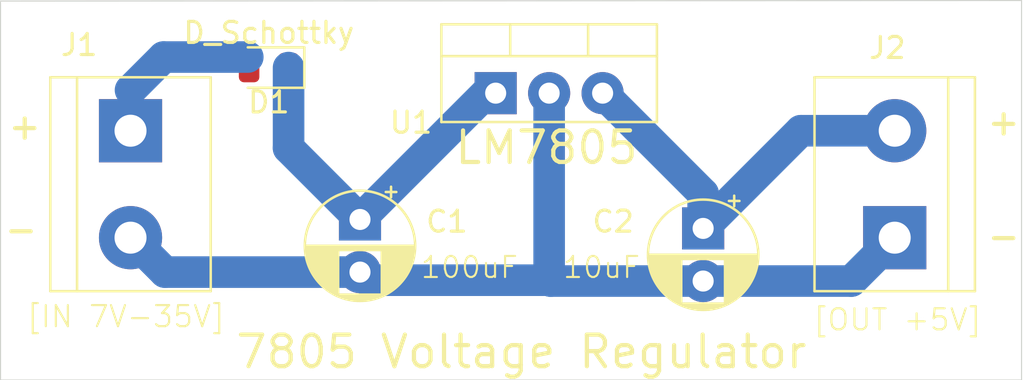
<source format=kicad_pcb>
(kicad_pcb (version 20241229) (generator "pcbnew") (generator_version "9.0")
  (title_block (date "2025-06-5"))
  (layers (0 "F.Cu" signal) (2 "B.Cu" signal) (13 "F.Paste" user) (15 "B.Paste" user) (5 "F.SilkS" user "F.Silkscreen") (7 "B.SilkS" user "B.Silkscreen") (1 "F.Mask" user) (3 "B.Mask" user) (25 "Edge.Cuts" user))
  (net 0 "")
  (net 1 "GND")
  (net 2 "Net-(D1-K)")
  (net 3 "Net-(J2-Pin_2)")
  (net 4 "Net-(D1-A)")
  (footprint "TerminalBlock:TerminalBlock_bornier-2_P5.08mm" (layer "F.Cu") (at 171.73 100.08 90)
    (property "Reference" "J2" (at 9.015 -0.35 0) (layer "F.SilkS"))
    (property "Value" "OUT +5V")
    (fp_line (start 7.62 -3.81) (end -2.54 -3.81) (stroke (width 0.12)) (layer "F.SilkS"))
    (fp_line (start -2.54 -3.81) (end -2.54 3.81) (stroke (width 0.12)) (layer "F.SilkS"))
    (fp_line (start 7.62 2.54) (end -2.54 2.54) (stroke (width 0.12)) (layer "F.SilkS"))
    (fp_line (start 7.62 3.81) (end 7.62 -3.81) (stroke (width 0.12)) (layer "F.SilkS"))
    (fp_line (start -2.54 3.81) (end 7.62 3.81) (stroke (width 0.12)) (layer "F.SilkS"))
    (pad "1" thru_hole rect (at 0 0 90) (size 3 3) (drill 1.52) (layers "*.Cu" "*.Mask") (net 1 "GND"))
    (pad "2" thru_hole circle (at 5.08 0 90) (size 3 3) (drill 1.52) (layers "*.Cu" "*.Mask") (net 3 "Net-(J2-Pin_2)"))
  )
  (footprint "Capacitor_THT:CP_Radial_D5.0mm_P2.50mm" (layer "F.Cu") (at 146.33 99.215 -90)
    (property "Reference" "C1" (at 0.1 -4.125 0) (layer "F.SilkS"))
    (property "Value" "100uF")
    (fp_line (start 1.49 1.04) (end 1.49 2.569) (stroke (width 0.12)) (layer "F.SilkS"))
    (fp_line (start 1.53 1.04) (end 1.53 2.565) (stroke (width 0.12)) (layer "F.SilkS"))
    (fp_line (start 1.57 1.04) (end 1.57 2.561) (stroke (width 0.12)) (layer "F.SilkS"))
    (fp_line (start 1.61 1.04) (end 1.61 2.556) (stroke (width 0.12)) (layer "F.SilkS"))
    (fp_line (start 1.65 1.04) (end 1.65 2.55) (stroke (width 0.12)) (layer "F.SilkS"))
    (fp_line (start 1.69 1.04) (end 1.69 2.543) (stroke (width 0.12)) (layer "F.SilkS"))
    (fp_line (start 1.73 1.04) (end 1.73 2.536) (stroke (width 0.12)) (layer "F.SilkS"))
    (fp_line (start 1.77 1.04) (end 1.77 2.528) (stroke (width 0.12)) (layer "F.SilkS"))
    (fp_line (start 1.81 1.04) (end 1.81 2.52) (stroke (width 0.12)) (layer "F.SilkS"))
    (fp_line (start 1.85 1.04) (end 1.85 2.511) (stroke (width 0.12)) (layer "F.SilkS"))
    (fp_line (start 1.89 1.04) (end 1.89 2.501) (stroke (width 0.12)) (layer "F.SilkS"))
    (fp_line (start 1.93 1.04) (end 1.93 2.491) (stroke (width 0.12)) (layer "F.SilkS"))
    (fp_line (start 1.971 1.04) (end 1.971 2.48) (stroke (width 0.12)) (layer "F.SilkS"))
    (fp_line (start 2.011 1.04) (end 2.011 2.468) (stroke (width 0.12)) (layer "F.SilkS"))
    (fp_line (start 2.051 1.04) (end 2.051 2.455) (stroke (width 0.12)) (layer "F.SilkS"))
    (fp_line (start 2.091 1.04) (end 2.091 2.442) (stroke (width 0.12)) (layer "F.SilkS"))
    (fp_line (start 2.131 1.04) (end 2.131 2.428) (stroke (width 0.12)) (layer "F.SilkS"))
    (fp_line (start 2.171 1.04) (end 2.171 2.414) (stroke (width 0.12)) (layer "F.SilkS"))
    (fp_line (start 2.211 1.04) (end 2.211 2.398) (stroke (width 0.12)) (layer "F.SilkS"))
    (fp_line (start 2.251 1.04) (end 2.251 2.382) (stroke (width 0.12)) (layer "F.SilkS"))
    (fp_line (start 2.291 1.04) (end 2.291 2.365) (stroke (width 0.12)) (layer "F.SilkS"))
    (fp_line (start 2.331 1.04) (end 2.331 2.348) (stroke (width 0.12)) (layer "F.SilkS"))
    (fp_line (start 2.371 1.04) (end 2.371 2.329) (stroke (width 0.12)) (layer "F.SilkS"))
    (fp_line (start 2.411 1.04) (end 2.411 2.31) (stroke (width 0.12)) (layer "F.SilkS"))
    (fp_line (start 2.451 1.04) (end 2.451 2.29) (stroke (width 0.12)) (layer "F.SilkS"))
    (fp_line (start 2.491 1.04) (end 2.491 2.268) (stroke (width 0.12)) (layer "F.SilkS"))
    (fp_line (start 2.531 1.04) (end 2.531 2.247) (stroke (width 0.12)) (layer "F.SilkS"))
    (fp_line (start 2.571 1.04) (end 2.571 2.224) (stroke (width 0.12)) (layer "F.SilkS"))
    (fp_line (start 2.611 1.04) (end 2.611 2.2) (stroke (width 0.12)) (layer "F.SilkS"))
    (fp_line (start 2.651 1.04) (end 2.651 2.175) (stroke (width 0.12)) (layer "F.SilkS"))
    (fp_line (start 2.691 1.04) (end 2.691 2.149) (stroke (width 0.12)) (layer "F.SilkS"))
    (fp_line (start 2.731 1.04) (end 2.731 2.122) (stroke (width 0.12)) (layer "F.SilkS"))
    (fp_line (start 2.771 1.04) (end 2.771 2.095) (stroke (width 0.12)) (layer "F.SilkS"))
    (fp_line (start 2.811 1.04) (end 2.811 2.065) (stroke (width 0.12)) (layer "F.SilkS"))
    (fp_line (start 2.851 1.04) (end 2.851 2.035) (stroke (width 0.12)) (layer "F.SilkS"))
    (fp_line (start 2.891 1.04) (end 2.891 2.004) (stroke (width 0.12)) (layer "F.SilkS"))
    (fp_line (start 2.931 1.04) (end 2.931 1.971) (stroke (width 0.12)) (layer "F.SilkS"))
    (fp_line (start 2.971 1.04) (end 2.971 1.937) (stroke (width 0.12)) (layer "F.SilkS"))
    (fp_line (start 3.011 1.04) (end 3.011 1.901) (stroke (width 0.12)) (layer "F.SilkS"))
    (fp_line (start 3.051 1.04) (end 3.051 1.864) (stroke (width 0.12)) (layer "F.SilkS"))
    (fp_line (start 3.091 1.04) (end 3.091 1.826) (stroke (width 0.12)) (layer "F.SilkS"))
    (fp_line (start 3.131 1.04) (end 3.131 1.785) (stroke (width 0.12)) (layer "F.SilkS"))
    (fp_line (start 3.171 1.04) (end 3.171 1.743) (stroke (width 0.12)) (layer "F.SilkS"))
    (fp_line (start 3.211 1.04) (end 3.211 1.699) (stroke (width 0.12)) (layer "F.SilkS"))
    (fp_line (start 3.251 1.04) (end 3.251 1.653) (stroke (width 0.12)) (layer "F.SilkS"))
    (fp_line (start 3.291 1.04) (end 3.291 1.605) (stroke (width 0.12)) (layer "F.SilkS"))
    (fp_line (start 3.331 1.04) (end 3.331 1.554) (stroke (width 0.12)) (layer "F.SilkS"))
    (fp_line (start 3.371 1.04) (end 3.371 1.5) (stroke (width 0.12)) (layer "F.SilkS"))
    (fp_line (start 3.411 1.04) (end 3.411 1.443) (stroke (width 0.12)) (layer "F.SilkS"))
    (fp_line (start 3.451 1.04) (end 3.451 1.383) (stroke (width 0.12)) (layer "F.SilkS"))
    (fp_line (start 3.491 1.04) (end 3.491 1.319) (stroke (width 0.12)) (layer "F.SilkS"))
    (fp_line (start 3.531 1.04) (end 3.531 1.251) (stroke (width 0.12)) (layer "F.SilkS"))
    (fp_line (start 3.851 -0.284) (end 3.851 0.284) (stroke (width 0.12)) (layer "F.SilkS"))
    (fp_line (start 3.811 -0.518) (end 3.811 0.518) (stroke (width 0.12)) (layer "F.SilkS"))
    (fp_line (start 3.771 -0.677) (end 3.771 0.677) (stroke (width 0.12)) (layer "F.SilkS"))
    (fp_line (start 3.731 -0.805) (end 3.731 0.805) (stroke (width 0.12)) (layer "F.SilkS"))
    (fp_line (start 3.691 -0.915) (end 3.691 0.915) (stroke (width 0.12)) (layer "F.SilkS"))
    (fp_line (start 3.651 -1.011) (end 3.651 1.011) (stroke (width 0.12)) (layer "F.SilkS"))
    (fp_line (start 3.611 -1.098) (end 3.611 1.098) (stroke (width 0.12)) (layer "F.SilkS"))
    (fp_line (start 3.571 -1.178) (end 3.571 1.178) (stroke (width 0.12)) (layer "F.SilkS"))
    (fp_line (start 3.531 -1.251) (end 3.531 -1.04) (stroke (width 0.12)) (layer "F.SilkS"))
    (fp_line (start 3.491 -1.319) (end 3.491 -1.04) (stroke (width 0.12)) (layer "F.SilkS"))
    (fp_line (start 3.451 -1.383) (end 3.451 -1.04) (stroke (width 0.12)) (layer "F.SilkS"))
    (fp_line (start 3.411 -1.443) (end 3.411 -1.04) (stroke (width 0.12)) (layer "F.SilkS"))
    (fp_line (start -1.554775 -1.475) (end -1.054775 -1.475) (stroke (width 0.12)) (layer "F.SilkS"))
    (fp_line (start 3.371 -1.5) (end 3.371 -1.04) (stroke (width 0.12)) (layer "F.SilkS"))
    (fp_line (start 3.331 -1.554) (end 3.331 -1.04) (stroke (width 0.12)) (layer "F.SilkS"))
    (fp_line (start 3.291 -1.605) (end 3.291 -1.04) (stroke (width 0.12)) (layer "F.SilkS"))
    (fp_line (start 3.251 -1.653) (end 3.251 -1.04) (stroke (width 0.12)) (layer "F.SilkS"))
    (fp_line (start 3.211 -1.699) (end 3.211 -1.04) (stroke (width 0.12)) (layer "F.SilkS"))
    (fp_line (start -1.304775 -1.725) (end -1.304775 -1.225) (stroke (width 0.12)) (layer "F.SilkS"))
    (fp_line (start 3.171 -1.743) (end 3.171 -1.04) (stroke (width 0.12)) (layer "F.SilkS"))
    (fp_line (start 3.131 -1.785) (end 3.131 -1.04) (stroke (width 0.12)) (layer "F.SilkS"))
    (fp_line (start 3.091 -1.826) (end 3.091 -1.04) (stroke (width 0.12)) (layer "F.SilkS"))
    (fp_line (start 3.051 -1.864) (end 3.051 -1.04) (stroke (width 0.12)) (layer "F.SilkS"))
    (fp_line (start 3.011 -1.901) (end 3.011 -1.04) (stroke (width 0.12)) (layer "F.SilkS"))
    (fp_line (start 2.971 -1.937) (end 2.971 -1.04) (stroke (width 0.12)) (layer "F.SilkS"))
    (fp_line (start 2.931 -1.971) (end 2.931 -1.04) (stroke (width 0.12)) (layer "F.SilkS"))
    (fp_line (start 2.891 -2.004) (end 2.891 -1.04) (stroke (width 0.12)) (layer "F.SilkS"))
    (fp_line (start 2.851 -2.035) (end 2.851 -1.04) (stroke (width 0.12)) (layer "F.SilkS"))
    (fp_line (start 2.811 -2.065) (end 2.811 -1.04) (stroke (width 0.12)) (layer "F.SilkS"))
    (fp_line (start 2.771 -2.095) (end 2.771 -1.04) (stroke (width 0.12)) (layer "F.SilkS"))
    (fp_line (start 2.731 -2.122) (end 2.731 -1.04) (stroke (width 0.12)) (layer "F.SilkS"))
    (fp_line (start 2.691 -2.149) (end 2.691 -1.04) (stroke (width 0.12)) (layer "F.SilkS"))
    (fp_line (start 2.651 -2.175) (end 2.651 -1.04) (stroke (width 0.12)) (layer "F.SilkS"))
    (fp_line (start 2.611 -2.2) (end 2.611 -1.04) (stroke (width 0.12)) (layer "F.SilkS"))
    (fp_line (start 2.571 -2.224) (end 2.571 -1.04) (stroke (width 0.12)) (layer "F.SilkS"))
    (fp_line (start 2.531 -2.247) (end 2.531 -1.04) (stroke (width 0.12)) (layer "F.SilkS"))
    (fp_line (start 2.491 -2.268) (end 2.491 -1.04) (stroke (width 0.12)) (layer "F.SilkS"))
    (fp_line (start 2.451 -2.29) (end 2.451 -1.04) (stroke (width 0.12)) (layer "F.SilkS"))
    (fp_line (start 2.411 -2.31) (end 2.411 -1.04) (stroke (width 0.12)) (layer "F.SilkS"))
    (fp_line (start 2.371 -2.329) (end 2.371 -1.04) (stroke (width 0.12)) (layer "F.SilkS"))
    (fp_line (start 2.331 -2.348) (end 2.331 -1.04) (stroke (width 0.12)) (layer "F.SilkS"))
    (fp_line (start 2.291 -2.365) (end 2.291 -1.04) (stroke (width 0.12)) (layer "F.SilkS"))
    (fp_line (start 2.251 -2.382) (end 2.251 -1.04) (stroke (width 0.12)) (layer "F.SilkS"))
    (fp_line (start 2.211 -2.398) (end 2.211 -1.04) (stroke (width 0.12)) (layer "F.SilkS"))
    (fp_line (start 2.171 -2.414) (end 2.171 -1.04) (stroke (width 0.12)) (layer "F.SilkS"))
    (fp_line (start 2.131 -2.428) (end 2.131 -1.04) (stroke (width 0.12)) (layer "F.SilkS"))
    (fp_line (start 2.091 -2.442) (end 2.091 -1.04) (stroke (width 0.12)) (layer "F.SilkS"))
    (fp_line (start 2.051 -2.455) (end 2.051 -1.04) (stroke (width 0.12)) (layer "F.SilkS"))
    (fp_line (start 2.011 -2.468) (end 2.011 -1.04) (stroke (width 0.12)) (layer "F.SilkS"))
    (fp_line (start 1.971 -2.48) (end 1.971 -1.04) (stroke (width 0.12)) (layer "F.SilkS"))
    (fp_line (start 1.93 -2.491) (end 1.93 -1.04) (stroke (width 0.12)) (layer "F.SilkS"))
    (fp_line (start 1.89 -2.501) (end 1.89 -1.04) (stroke (width 0.12)) (layer "F.SilkS"))
    (fp_line (start 1.85 -2.511) (end 1.85 -1.04) (stroke (width 0.12)) (layer "F.SilkS"))
    (fp_line (start 1.81 -2.52) (end 1.81 -1.04) (stroke (width 0.12)) (layer "F.SilkS"))
    (fp_line (start 1.77 -2.528) (end 1.77 -1.04) (stroke (width 0.12)) (layer "F.SilkS"))
    (fp_line (start 1.73 -2.536) (end 1.73 -1.04) (stroke (width 0.12)) (layer "F.SilkS"))
    (fp_line (start 1.69 -2.543) (end 1.69 -1.04) (stroke (width 0.12)) (layer "F.SilkS"))
    (fp_line (start 1.65 -2.55) (end 1.65 -1.04) (stroke (width 0.12)) (layer "F.SilkS"))
    (fp_line (start 1.61 -2.556) (end 1.61 -1.04) (stroke (width 0.12)) (layer "F.SilkS"))
    (fp_line (start 1.57 -2.561) (end 1.57 -1.04) (stroke (width 0.12)) (layer "F.SilkS"))
    (fp_line (start 1.53 -2.565) (end 1.53 -1.04) (stroke (width 0.12)) (layer "F.SilkS"))
    (fp_line (start 1.49 -2.569) (end 1.49 -1.04) (stroke (width 0.12)) (layer "F.SilkS"))
    (fp_line (start 1.45 -2.573) (end 1.45 2.573) (stroke (width 0.12)) (layer "F.SilkS"))
    (fp_line (start 1.41 -2.576) (end 1.41 2.576) (stroke (width 0.12)) (layer "F.SilkS"))
    (fp_line (start 1.37 -2.578) (end 1.37 2.578) (stroke (width 0.12)) (layer "F.SilkS"))
    (fp_line (start 1.33 -2.579) (end 1.33 2.579) (stroke (width 0.12)) (layer "F.SilkS"))
    (fp_line (start 1.25 -2.58) (end 1.25 2.58) (stroke (width 0.12)) (layer "F.SilkS"))
    (fp_line (start 1.29 -2.58) (end 1.29 2.58) (stroke (width 0.12)) (layer "F.SilkS"))
    (fp_circle (center 1.25 0) (end 3.87 0) (stroke (width 0.12)) (fill no) (layer "F.SilkS"))
    (pad "1" thru_hole rect (at 0 0 270) (size 2 2) (drill 1) (layers "*.Cu" "*.Mask") (net 2 "Net-(D1-K)"))
    (pad "2" thru_hole circle (at 2.5 0 270) (size 2 2) (drill 1) (layers "*.Cu" "*.Mask") (net 1 "GND"))
  )
  (footprint "Diode_SMD:D_0805_2012Metric" (layer "F.Cu") (at 142 92 180)
    (property "Reference" "D1" (at 0 -1.65 0) (layer "F.SilkS"))
    (property "Value" "D_Schottky" (at 0 1.65 0) (layer "F.SilkS"))
    (fp_line (start 1 -0.96) (end -1.685 -0.96) (stroke (width 0.12)) (layer "F.SilkS"))
    (fp_line (start -1.685 0.96) (end 1 0.96) (stroke (width 0.12)) (layer "F.SilkS"))
    (fp_line (start -1.685 -0.96) (end -1.685 0.96) (stroke (width 0.12)) (layer "F.SilkS"))
    (pad "1" smd roundrect (at -0.9375 0 180) (size 0.975 1.4) (layers "F.Cu" "F.Mask" "F.Paste") (net 2 "Net-(D1-K)"))
    (pad "2" smd roundrect (at 0.9375 0 180) (size 0.975 1.4) (layers "F.Cu" "F.Mask" "F.Paste") (net 4 "Net-(D1-A)"))
  )
  (footprint "Package_TO_SOT_THT:TO-220-3_Vertical" (layer "F.Cu") (at 152.775 93.215)
    (property "Reference" "U1" (at -4.02 1.4 0) (layer "F.SilkS"))
    (property "Value" "LM7805")
    (fp_line (start -2.58 -3.27) (end -2.58 1.371) (stroke (width 0.12)) (layer "F.SilkS"))
    (fp_line (start -2.58 -3.27) (end 7.66 -3.27) (stroke (width 0.12)) (layer "F.SilkS"))
    (fp_line (start -2.58 -1.76) (end 7.66 -1.76) (stroke (width 0.12)) (layer "F.SilkS"))
    (fp_line (start -2.58 1.371) (end 7.66 1.371) (stroke (width 0.12)) (layer "F.SilkS"))
    (fp_line (start 0.69 -3.27) (end 0.69 -1.76) (stroke (width 0.12)) (layer "F.SilkS"))
    (fp_line (start 4.391 -3.27) (end 4.391 -1.76) (stroke (width 0.12)) (layer "F.SilkS"))
    (fp_line (start 7.66 -3.27) (end 7.66 1.371) (stroke (width 0.12)) (layer "F.SilkS"))
    (pad "1" thru_hole rect (at 0 0) (size 2 2) (drill 1) (layers "*.Cu" "*.Mask") (net 2 "Net-(D1-K)"))
    (pad "2" thru_hole circle (at 2.54 0) (size 2 2) (drill 1) (layers "*.Cu" "*.Mask") (net 1 "GND"))
    (pad "3" thru_hole circle (at 5.08 0) (size 2 2) (drill 1) (layers "*.Cu" "*.Mask") (net 3 "Net-(J2-Pin_2)"))
  )
  (footprint "Capacitor_THT:CP_Radial_D5.0mm_P2.50mm" (layer "F.Cu") (at 162.63 99.64 -90)
    (property "Reference" "C2" (at -0.325 4.275 0) (layer "F.SilkS"))
    (property "Value" "10uF")
    (fp_line (start 1.49 1.04) (end 1.49 2.569) (stroke (width 0.12)) (layer "F.SilkS"))
    (fp_line (start 1.53 1.04) (end 1.53 2.565) (stroke (width 0.12)) (layer "F.SilkS"))
    (fp_line (start 1.57 1.04) (end 1.57 2.561) (stroke (width 0.12)) (layer "F.SilkS"))
    (fp_line (start 1.61 1.04) (end 1.61 2.556) (stroke (width 0.12)) (layer "F.SilkS"))
    (fp_line (start 1.65 1.04) (end 1.65 2.55) (stroke (width 0.12)) (layer "F.SilkS"))
    (fp_line (start 1.69 1.04) (end 1.69 2.543) (stroke (width 0.12)) (layer "F.SilkS"))
    (fp_line (start 1.73 1.04) (end 1.73 2.536) (stroke (width 0.12)) (layer "F.SilkS"))
    (fp_line (start 1.77 1.04) (end 1.77 2.528) (stroke (width 0.12)) (layer "F.SilkS"))
    (fp_line (start 1.81 1.04) (end 1.81 2.52) (stroke (width 0.12)) (layer "F.SilkS"))
    (fp_line (start 1.85 1.04) (end 1.85 2.511) (stroke (width 0.12)) (layer "F.SilkS"))
    (fp_line (start 1.89 1.04) (end 1.89 2.501) (stroke (width 0.12)) (layer "F.SilkS"))
    (fp_line (start 1.93 1.04) (end 1.93 2.491) (stroke (width 0.12)) (layer "F.SilkS"))
    (fp_line (start 1.971 1.04) (end 1.971 2.48) (stroke (width 0.12)) (layer "F.SilkS"))
    (fp_line (start 2.011 1.04) (end 2.011 2.468) (stroke (width 0.12)) (layer "F.SilkS"))
    (fp_line (start 2.051 1.04) (end 2.051 2.455) (stroke (width 0.12)) (layer "F.SilkS"))
    (fp_line (start 2.091 1.04) (end 2.091 2.442) (stroke (width 0.12)) (layer "F.SilkS"))
    (fp_line (start 2.131 1.04) (end 2.131 2.428) (stroke (width 0.12)) (layer "F.SilkS"))
    (fp_line (start 2.171 1.04) (end 2.171 2.414) (stroke (width 0.12)) (layer "F.SilkS"))
    (fp_line (start 2.211 1.04) (end 2.211 2.398) (stroke (width 0.12)) (layer "F.SilkS"))
    (fp_line (start 2.251 1.04) (end 2.251 2.382) (stroke (width 0.12)) (layer "F.SilkS"))
    (fp_line (start 2.291 1.04) (end 2.291 2.365) (stroke (width 0.12)) (layer "F.SilkS"))
    (fp_line (start 2.331 1.04) (end 2.331 2.348) (stroke (width 0.12)) (layer "F.SilkS"))
    (fp_line (start 2.371 1.04) (end 2.371 2.329) (stroke (width 0.12)) (layer "F.SilkS"))
    (fp_line (start 2.411 1.04) (end 2.411 2.31) (stroke (width 0.12)) (layer "F.SilkS"))
    (fp_line (start 2.451 1.04) (end 2.451 2.29) (stroke (width 0.12)) (layer "F.SilkS"))
    (fp_line (start 2.491 1.04) (end 2.491 2.268) (stroke (width 0.12)) (layer "F.SilkS"))
    (fp_line (start 2.531 1.04) (end 2.531 2.247) (stroke (width 0.12)) (layer "F.SilkS"))
    (fp_line (start 2.571 1.04) (end 2.571 2.224) (stroke (width 0.12)) (layer "F.SilkS"))
    (fp_line (start 2.611 1.04) (end 2.611 2.2) (stroke (width 0.12)) (layer "F.SilkS"))
    (fp_line (start 2.651 1.04) (end 2.651 2.175) (stroke (width 0.12)) (layer "F.SilkS"))
    (fp_line (start 2.691 1.04) (end 2.691 2.149) (stroke (width 0.12)) (layer "F.SilkS"))
    (fp_line (start 2.731 1.04) (end 2.731 2.122) (stroke (width 0.12)) (layer "F.SilkS"))
    (fp_line (start 2.771 1.04) (end 2.771 2.095) (stroke (width 0.12)) (layer "F.SilkS"))
    (fp_line (start 2.811 1.04) (end 2.811 2.065) (stroke (width 0.12)) (layer "F.SilkS"))
    (fp_line (start 2.851 1.04) (end 2.851 2.035) (stroke (width 0.12)) (layer "F.SilkS"))
    (fp_line (start 2.891 1.04) (end 2.891 2.004) (stroke (width 0.12)) (layer "F.SilkS"))
    (fp_line (start 2.931 1.04) (end 2.931 1.971) (stroke (width 0.12)) (layer "F.SilkS"))
    (fp_line (start 2.971 1.04) (end 2.971 1.937) (stroke (width 0.12)) (layer "F.SilkS"))
    (fp_line (start 3.011 1.04) (end 3.011 1.901) (stroke (width 0.12)) (layer "F.SilkS"))
    (fp_line (start 3.051 1.04) (end 3.051 1.864) (stroke (width 0.12)) (layer "F.SilkS"))
    (fp_line (start 3.091 1.04) (end 3.091 1.826) (stroke (width 0.12)) (layer "F.SilkS"))
    (fp_line (start 3.131 1.04) (end 3.131 1.785) (stroke (width 0.12)) (layer "F.SilkS"))
    (fp_line (start 3.171 1.04) (end 3.171 1.743) (stroke (width 0.12)) (layer "F.SilkS"))
    (fp_line (start 3.211 1.04) (end 3.211 1.699) (stroke (width 0.12)) (layer "F.SilkS"))
    (fp_line (start 3.251 1.04) (end 3.251 1.653) (stroke (width 0.12)) (layer "F.SilkS"))
    (fp_line (start 3.291 1.04) (end 3.291 1.605) (stroke (width 0.12)) (layer "F.SilkS"))
    (fp_line (start 3.331 1.04) (end 3.331 1.554) (stroke (width 0.12)) (layer "F.SilkS"))
    (fp_line (start 3.371 1.04) (end 3.371 1.5) (stroke (width 0.12)) (layer "F.SilkS"))
    (fp_line (start 3.411 1.04) (end 3.411 1.443) (stroke (width 0.12)) (layer "F.SilkS"))
    (fp_line (start 3.451 1.04) (end 3.451 1.383) (stroke (width 0.12)) (layer "F.SilkS"))
    (fp_line (start 3.491 1.04) (end 3.491 1.319) (stroke (width 0.12)) (layer "F.SilkS"))
    (fp_line (start 3.531 1.04) (end 3.531 1.251) (stroke (width 0.12)) (layer "F.SilkS"))
    (fp_line (start 3.851 -0.284) (end 3.851 0.284) (stroke (width 0.12)) (layer "F.SilkS"))
    (fp_line (start 3.811 -0.518) (end 3.811 0.518) (stroke (width 0.12)) (layer "F.SilkS"))
    (fp_line (start 3.771 -0.677) (end 3.771 0.677) (stroke (width 0.12)) (layer "F.SilkS"))
    (fp_line (start 3.731 -0.805) (end 3.731 0.805) (stroke (width 0.12)) (layer "F.SilkS"))
    (fp_line (start 3.691 -0.915) (end 3.691 0.915) (stroke (width 0.12)) (layer "F.SilkS"))
    (fp_line (start 3.651 -1.011) (end 3.651 1.011) (stroke (width 0.12)) (layer "F.SilkS"))
    (fp_line (start 3.611 -1.098) (end 3.611 1.098) (stroke (width 0.12)) (layer "F.SilkS"))
    (fp_line (start 3.571 -1.178) (end 3.571 1.178) (stroke (width 0.12)) (layer "F.SilkS"))
    (fp_line (start 3.531 -1.251) (end 3.531 -1.04) (stroke (width 0.12)) (layer "F.SilkS"))
    (fp_line (start 3.491 -1.319) (end 3.491 -1.04) (stroke (width 0.12)) (layer "F.SilkS"))
    (fp_line (start 3.451 -1.383) (end 3.451 -1.04) (stroke (width 0.12)) (layer "F.SilkS"))
    (fp_line (start 3.411 -1.443) (end 3.411 -1.04) (stroke (width 0.12)) (layer "F.SilkS"))
    (fp_line (start -1.554775 -1.475) (end -1.054775 -1.475) (stroke (width 0.12)) (layer "F.SilkS"))
    (fp_line (start 3.371 -1.5) (end 3.371 -1.04) (stroke (width 0.12)) (layer "F.SilkS"))
    (fp_line (start 3.331 -1.554) (end 3.331 -1.04) (stroke (width 0.12)) (layer "F.SilkS"))
    (fp_line (start 3.291 -1.605) (end 3.291 -1.04) (stroke (width 0.12)) (layer "F.SilkS"))
    (fp_line (start 3.251 -1.653) (end 3.251 -1.04) (stroke (width 0.12)) (layer "F.SilkS"))
    (fp_line (start 3.211 -1.699) (end 3.211 -1.04) (stroke (width 0.12)) (layer "F.SilkS"))
    (fp_line (start -1.304775 -1.725) (end -1.304775 -1.225) (stroke (width 0.12)) (layer "F.SilkS"))
    (fp_line (start 3.171 -1.743) (end 3.171 -1.04) (stroke (width 0.12)) (layer "F.SilkS"))
    (fp_line (start 3.131 -1.785) (end 3.131 -1.04) (stroke (width 0.12)) (layer "F.SilkS"))
    (fp_line (start 3.091 -1.826) (end 3.091 -1.04) (stroke (width 0.12)) (layer "F.SilkS"))
    (fp_line (start 3.051 -1.864) (end 3.051 -1.04) (stroke (width 0.12)) (layer "F.SilkS"))
    (fp_line (start 3.011 -1.901) (end 3.011 -1.04) (stroke (width 0.12)) (layer "F.SilkS"))
    (fp_line (start 2.971 -1.937) (end 2.971 -1.04) (stroke (width 0.12)) (layer "F.SilkS"))
    (fp_line (start 2.931 -1.971) (end 2.931 -1.04) (stroke (width 0.12)) (layer "F.SilkS"))
    (fp_line (start 2.891 -2.004) (end 2.891 -1.04) (stroke (width 0.12)) (layer "F.SilkS"))
    (fp_line (start 2.851 -2.035) (end 2.851 -1.04) (stroke (width 0.12)) (layer "F.SilkS"))
    (fp_line (start 2.811 -2.065) (end 2.811 -1.04) (stroke (width 0.12)) (layer "F.SilkS"))
    (fp_line (start 2.771 -2.095) (end 2.771 -1.04) (stroke (width 0.12)) (layer "F.SilkS"))
    (fp_line (start 2.731 -2.122) (end 2.731 -1.04) (stroke (width 0.12)) (layer "F.SilkS"))
    (fp_line (start 2.691 -2.149) (end 2.691 -1.04) (stroke (width 0.12)) (layer "F.SilkS"))
    (fp_line (start 2.651 -2.175) (end 2.651 -1.04) (stroke (width 0.12)) (layer "F.SilkS"))
    (fp_line (start 2.611 -2.2) (end 2.611 -1.04) (stroke (width 0.12)) (layer "F.SilkS"))
    (fp_line (start 2.571 -2.224) (end 2.571 -1.04) (stroke (width 0.12)) (layer "F.SilkS"))
    (fp_line (start 2.531 -2.247) (end 2.531 -1.04) (stroke (width 0.12)) (layer "F.SilkS"))
    (fp_line (start 2.491 -2.268) (end 2.491 -1.04) (stroke (width 0.12)) (layer "F.SilkS"))
    (fp_line (start 2.451 -2.29) (end 2.451 -1.04) (stroke (width 0.12)) (layer "F.SilkS"))
    (fp_line (start 2.411 -2.31) (end 2.411 -1.04) (stroke (width 0.12)) (layer "F.SilkS"))
    (fp_line (start 2.371 -2.329) (end 2.371 -1.04) (stroke (width 0.12)) (layer "F.SilkS"))
    (fp_line (start 2.331 -2.348) (end 2.331 -1.04) (stroke (width 0.12)) (layer "F.SilkS"))
    (fp_line (start 2.291 -2.365) (end 2.291 -1.04) (stroke (width 0.12)) (layer "F.SilkS"))
    (fp_line (start 2.251 -2.382) (end 2.251 -1.04) (stroke (width 0.12)) (layer "F.SilkS"))
    (fp_line (start 2.211 -2.398) (end 2.211 -1.04) (stroke (width 0.12)) (layer "F.SilkS"))
    (fp_line (start 2.171 -2.414) (end 2.171 -1.04) (stroke (width 0.12)) (layer "F.SilkS"))
    (fp_line (start 2.131 -2.428) (end 2.131 -1.04) (stroke (width 0.12)) (layer "F.SilkS"))
    (fp_line (start 2.091 -2.442) (end 2.091 -1.04) (stroke (width 0.12)) (layer "F.SilkS"))
    (fp_line (start 2.051 -2.455) (end 2.051 -1.04) (stroke (width 0.12)) (layer "F.SilkS"))
    (fp_line (start 2.011 -2.468) (end 2.011 -1.04) (stroke (width 0.12)) (layer "F.SilkS"))
    (fp_line (start 1.971 -2.48) (end 1.971 -1.04) (stroke (width 0.12)) (layer "F.SilkS"))
    (fp_line (start 1.93 -2.491) (end 1.93 -1.04) (stroke (width 0.12)) (layer "F.SilkS"))
    (fp_line (start 1.89 -2.501) (end 1.89 -1.04) (stroke (width 0.12)) (layer "F.SilkS"))
    (fp_line (start 1.85 -2.511) (end 1.85 -1.04) (stroke (width 0.12)) (layer "F.SilkS"))
    (fp_line (start 1.81 -2.52) (end 1.81 -1.04) (stroke (width 0.12)) (layer "F.SilkS"))
    (fp_line (start 1.77 -2.528) (end 1.77 -1.04) (stroke (width 0.12)) (layer "F.SilkS"))
    (fp_line (start 1.73 -2.536) (end 1.73 -1.04) (stroke (width 0.12)) (layer "F.SilkS"))
    (fp_line (start 1.69 -2.543) (end 1.69 -1.04) (stroke (width 0.12)) (layer "F.SilkS"))
    (fp_line (start 1.65 -2.55) (end 1.65 -1.04) (stroke (width 0.12)) (layer "F.SilkS"))
    (fp_line (start 1.61 -2.556) (end 1.61 -1.04) (stroke (width 0.12)) (layer "F.SilkS"))
    (fp_line (start 1.57 -2.561) (end 1.57 -1.04) (stroke (width 0.12)) (layer "F.SilkS"))
    (fp_line (start 1.53 -2.565) (end 1.53 -1.04) (stroke (width 0.12)) (layer "F.SilkS"))
    (fp_line (start 1.49 -2.569) (end 1.49 -1.04) (stroke (width 0.12)) (layer "F.SilkS"))
    (fp_line (start 1.45 -2.573) (end 1.45 2.573) (stroke (width 0.12)) (layer "F.SilkS"))
    (fp_line (start 1.41 -2.576) (end 1.41 2.576) (stroke (width 0.12)) (layer "F.SilkS"))
    (fp_line (start 1.37 -2.578) (end 1.37 2.578) (stroke (width 0.12)) (layer "F.SilkS"))
    (fp_line (start 1.33 -2.579) (end 1.33 2.579) (stroke (width 0.12)) (layer "F.SilkS"))
    (fp_line (start 1.25 -2.58) (end 1.25 2.58) (stroke (width 0.12)) (layer "F.SilkS"))
    (fp_line (start 1.29 -2.58) (end 1.29 2.58) (stroke (width 0.12)) (layer "F.SilkS"))
    (fp_circle (center 1.25 0) (end 3.87 0) (stroke (width 0.12)) (fill no) (layer "F.SilkS"))
    (pad "1" thru_hole rect (at 0 0 270) (size 2 2) (drill 1) (layers "*.Cu" "*.Mask") (net 3 "Net-(J2-Pin_2)"))
    (pad "2" thru_hole circle (at 2.5 0 270) (size 2 2) (drill 1) (layers "*.Cu" "*.Mask") (net 1 "GND"))
  )
  (footprint "TerminalBlock:TerminalBlock_bornier-2_P5.08mm" (layer "F.Cu") (at 135.43 95 -90)
    (property "Reference" "J1" (at -4.075 2.44 0) (layer "F.SilkS"))
    (property "Value" "IN 7V-35V")
    (fp_line (start -2.54 3.81) (end 7.62 3.81) (stroke (width 0.12)) (layer "F.SilkS"))
    (fp_line (start 7.62 3.81) (end 7.62 -3.81) (stroke (width 0.12)) (layer "F.SilkS"))
    (fp_line (start 7.62 2.54) (end -2.54 2.54) (stroke (width 0.12)) (layer "F.SilkS"))
    (fp_line (start -2.54 -3.81) (end -2.54 3.81) (stroke (width 0.12)) (layer "F.SilkS"))
    (fp_line (start 7.62 -3.81) (end -2.54 -3.81) (stroke (width 0.12)) (layer "F.SilkS"))
    (pad "1" thru_hole rect (at 0 0 270) (size 3 3) (drill 1.52) (layers "*.Cu" "*.Mask") (net 4 "Net-(D1-A)"))
    (pad "2" thru_hole circle (at 5.08 0 270) (size 3 3) (drill 1.52) (layers "*.Cu" "*.Mask") (net 1 "GND"))
  )
  (gr_line (start 177.755 88.815) (end 177.755006 106.84) (stroke (width 0.05)) (layer "Edge.Cuts"))
  (gr_line (start 129.255 88.84) (end 129.255 106.84) (stroke (width 0.05)) (layer "Edge.Cuts"))
  (gr_line (start 129.255 88.84) (end 177.755 88.815) (stroke (width 0.05)) (layer "Edge.Cuts"))
  (gr_line (start 129.255 106.84) (end 177.755006 106.84) (stroke (width 0.05)) (layer "Edge.Cuts"))
  (gr_text "[OUT +5V]" (at 171.865 103.975 0) (layer "F.SilkS") (effects (font (size 1 1) (thickness 0.1))))
  (gr_text "-" (at 176.03 100.715 0) (layer "F.SilkS") (effects (font (size 1.2 1.2) (thickness 0.2) (bold yes)) (justify left bottom)))
  (gr_text "+" (at 129.53 95.49 0) (layer "F.SilkS") (effects (font (size 1.2 1.2) (thickness 0.2) (bold yes)) (justify left bottom)))
  (gr_text "100uF" (at 151.53 101.49 0) (layer "F.SilkS") (effects (font (size 1 1) (thickness 0.1))))
  (gr_text "LM7805" (at 155.19 95.8 0) (layer "F.SilkS") (effects (font (size 1.5 1.5) (thickness 0.2) (bold yes))))
  (gr_text "10uF" (at 157.805 101.49 0) (layer "F.SilkS") (effects (font (size 1 1) (thickness 0.1))))
  (gr_text "-" (at 129.355 100.39 0) (layer "F.SilkS") (effects (font (size 1.2 1.2) (thickness 0.2) (bold yes)) (justify left bottom)))
  (gr_text "+" (at 176.03 95.29 0) (layer "F.SilkS") (effects (font (size 1.2 1.2) (thickness 0.2) (bold yes)) (justify left bottom)))
  (gr_text "[IN 7V-35V]" (at 135.215 103.825 0) (layer "F.SilkS") (effects (font (size 1 1) (thickness 0.1))))
  (gr_text "7805 Voltage Regulator" (at 154 105.5 0) (layer "F.SilkS") (effects (font (size 1.5 1.5) (thickness 0.2) (bold yes))))
  (segment (start 146.815 101.715) (end 146.33 101.715) (width 0.2) (layer "F.Cu") (net 1))
  (segment (start 155.165 101.925) (end 154.99 102.1) (width 1.5) (layer "B.Cu") (net 1))
  (segment (start 135.43 100.08) (end 137.065 101.715) (width 1.5) (layer "B.Cu") (net 1))
  (segment (start 155.315 93.215) (end 155.315 102.075) (width 1.5) (layer "B.Cu") (net 1))
  (segment (start 155.38 102.14) (end 155.165 101.925) (width 1.5) (layer "B.Cu") (net 1))
  (segment (start 155.315 102.075) (end 155.165 101.925) (width 1.5) (layer "B.Cu") (net 1))
  (segment (start 162.63 102.14) (end 169.67 102.14) (width 1.5) (layer "B.Cu") (net 1))
  (segment (start 162.63 102.14) (end 155.38 102.14) (width 1.5) (layer "B.Cu") (net 1))
  (segment (start 146.715 102.1) (end 146.33 101.715) (width 1.5) (layer "B.Cu") (net 1))
  (segment (start 154.99 102.1) (end 146.715 102.1) (width 1.5) (layer "B.Cu") (net 1))
  (segment (start 169.67 102.14) (end 171.73 100.08) (width 1.5) (layer "B.Cu") (net 1))
  (segment (start 137.065 101.715) (end 146.33 101.715) (width 1.5) (layer "B.Cu") (net 1))
  (segment (start 146.33 99.215) (end 146.775 99.215) (width 0.2) (layer "F.Cu") (net 2))
  (segment (start 152.33 93.215) (end 146.33 99.215) (width 1.5) (layer "B.Cu") (net 2))
  (segment (start 142.9375 92) (end 142.9375 95.8225) (width 1.5) (layer "B.Cu") (net 2))
  (segment (start 142.9375 95.8225) (end 146.33 99.215) (width 1.5) (layer "B.Cu") (net 2))
  (segment (start 152.775 93.215) (end 152.33 93.215) (width 1.5) (layer "B.Cu") (net 2))
  (segment (start 171.73 95) (end 167.27 95) (width 1.5) (layer "B.Cu") (net 3))
  (segment (start 167.27 95) (end 162.63 99.64) (width 1.5) (layer "B.Cu") (net 3))
  (segment (start 162.63 99.64) (end 162.63 97.99) (width 1.5) (layer "B.Cu") (net 3))
  (segment (start 162.63 97.99) (end 157.855 93.215) (width 1.5) (layer "B.Cu") (net 3))
  (segment (start 137 91.5) (end 141 91.5) (width 1.5) (layer "B.Cu") (net 4))
  (segment (start 141 91.5) (end 141.5 91.5) (width 0.2) (layer "B.Cu") (net 4))
  (segment (start 135.43 95) (end 135.43 93.07) (width 0.2) (layer "B.Cu") (net 4))
  (segment (start 135.43 93.07) (end 137 91.5) (width 1.5) (layer "B.Cu") (net 4))
)
</source>
